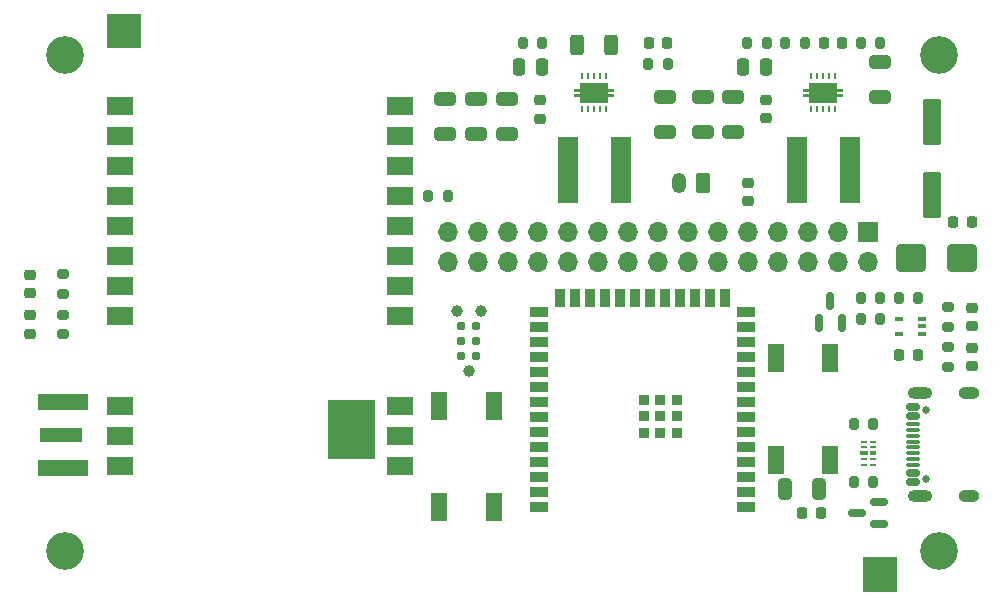
<source format=gbr>
%TF.GenerationSoftware,KiCad,Pcbnew,7.0.9*%
%TF.CreationDate,2024-02-26T10:01:54+01:00*%
%TF.ProjectId,C2LoraGateway,43324c6f-7261-4476-9174-657761792e6b,rev?*%
%TF.SameCoordinates,Original*%
%TF.FileFunction,Soldermask,Top*%
%TF.FilePolarity,Negative*%
%FSLAX46Y46*%
G04 Gerber Fmt 4.6, Leading zero omitted, Abs format (unit mm)*
G04 Created by KiCad (PCBNEW 7.0.9) date 2024-02-26 10:01:54*
%MOMM*%
%LPD*%
G01*
G04 APERTURE LIST*
G04 Aperture macros list*
%AMRoundRect*
0 Rectangle with rounded corners*
0 $1 Rounding radius*
0 $2 $3 $4 $5 $6 $7 $8 $9 X,Y pos of 4 corners*
0 Add a 4 corners polygon primitive as box body*
4,1,4,$2,$3,$4,$5,$6,$7,$8,$9,$2,$3,0*
0 Add four circle primitives for the rounded corners*
1,1,$1+$1,$2,$3*
1,1,$1+$1,$4,$5*
1,1,$1+$1,$6,$7*
1,1,$1+$1,$8,$9*
0 Add four rect primitives between the rounded corners*
20,1,$1+$1,$2,$3,$4,$5,0*
20,1,$1+$1,$4,$5,$6,$7,0*
20,1,$1+$1,$6,$7,$8,$9,0*
20,1,$1+$1,$8,$9,$2,$3,0*%
%AMFreePoly0*
4,1,21,-0.125000,1.200000,0.125000,1.200000,0.125000,1.700000,0.375000,1.700000,0.375000,1.200000,0.825000,1.200000,0.825000,-1.200000,0.375000,-1.200000,0.375000,-1.700000,0.125000,-1.700000,0.125000,-1.200000,-0.125000,-1.200000,-0.125000,-1.700000,-0.375000,-1.700000,-0.375000,-1.200000,-0.825000,-1.200000,-0.825000,1.200000,-0.375000,1.200000,-0.375000,1.700000,-0.125000,1.700000,
-0.125000,1.200000,-0.125000,1.200000,$1*%
G04 Aperture macros list end*
%ADD10RoundRect,0.200000X-0.200000X-0.275000X0.200000X-0.275000X0.200000X0.275000X-0.200000X0.275000X0*%
%ADD11C,3.200000*%
%ADD12RoundRect,0.218750X0.256250X-0.218750X0.256250X0.218750X-0.256250X0.218750X-0.256250X-0.218750X0*%
%ADD13RoundRect,0.250000X0.650000X-0.325000X0.650000X0.325000X-0.650000X0.325000X-0.650000X-0.325000X0*%
%ADD14RoundRect,0.225000X0.225000X0.250000X-0.225000X0.250000X-0.225000X-0.250000X0.225000X-0.250000X0*%
%ADD15RoundRect,0.250000X-0.325000X-0.650000X0.325000X-0.650000X0.325000X0.650000X-0.325000X0.650000X0*%
%ADD16R,0.650000X0.400000*%
%ADD17R,3.600000X1.270000*%
%ADD18R,4.200000X1.350000*%
%ADD19RoundRect,0.218750X-0.256250X0.218750X-0.256250X-0.218750X0.256250X-0.218750X0.256250X0.218750X0*%
%ADD20RoundRect,0.225000X-0.225000X-0.250000X0.225000X-0.250000X0.225000X0.250000X-0.225000X0.250000X0*%
%ADD21RoundRect,0.250000X0.350000X0.625000X-0.350000X0.625000X-0.350000X-0.625000X0.350000X-0.625000X0*%
%ADD22O,1.200000X1.750000*%
%ADD23RoundRect,0.200000X0.275000X-0.200000X0.275000X0.200000X-0.275000X0.200000X-0.275000X-0.200000X0*%
%ADD24RoundRect,0.250000X-1.000000X-0.900000X1.000000X-0.900000X1.000000X0.900000X-1.000000X0.900000X0*%
%ADD25RoundRect,0.250000X0.550000X-1.712500X0.550000X1.712500X-0.550000X1.712500X-0.550000X-1.712500X0*%
%ADD26C,0.650000*%
%ADD27RoundRect,0.150000X0.425000X-0.150000X0.425000X0.150000X-0.425000X0.150000X-0.425000X-0.150000X0*%
%ADD28RoundRect,0.075000X0.500000X-0.075000X0.500000X0.075000X-0.500000X0.075000X-0.500000X-0.075000X0*%
%ADD29O,2.100000X1.000000*%
%ADD30O,1.800000X1.000000*%
%ADD31RoundRect,0.250000X-0.250000X-0.475000X0.250000X-0.475000X0.250000X0.475000X-0.250000X0.475000X0*%
%ADD32RoundRect,0.200000X-0.275000X0.200000X-0.275000X-0.200000X0.275000X-0.200000X0.275000X0.200000X0*%
%ADD33RoundRect,0.225000X-0.250000X0.225000X-0.250000X-0.225000X0.250000X-0.225000X0.250000X0.225000X0*%
%ADD34R,1.700000X1.700000*%
%ADD35O,1.700000X1.700000*%
%ADD36R,1.700000X5.700000*%
%ADD37R,1.500000X0.900000*%
%ADD38R,0.900000X1.500000*%
%ADD39R,0.900000X0.900000*%
%ADD40RoundRect,0.200000X0.200000X0.275000X-0.200000X0.275000X-0.200000X-0.275000X0.200000X-0.275000X0*%
%ADD41R,1.400000X2.400000*%
%ADD42RoundRect,0.225000X0.250000X-0.225000X0.250000X0.225000X-0.250000X0.225000X-0.250000X-0.225000X0*%
%ADD43R,0.240000X0.600000*%
%ADD44FreePoly0,90.000000*%
%ADD45RoundRect,0.150000X0.150000X-0.587500X0.150000X0.587500X-0.150000X0.587500X-0.150000X-0.587500X0*%
%ADD46R,2.250000X1.500000*%
%ADD47R,0.625000X0.250000*%
%ADD48R,0.700000X0.450000*%
%ADD49R,0.575000X0.450000*%
%ADD50RoundRect,0.150000X0.587500X0.150000X-0.587500X0.150000X-0.587500X-0.150000X0.587500X-0.150000X0*%
%ADD51C,0.990600*%
%ADD52C,0.787400*%
%ADD53RoundRect,0.250000X0.312500X0.625000X-0.312500X0.625000X-0.312500X-0.625000X0.312500X-0.625000X0*%
G04 APERTURE END LIST*
%TO.C,FID2*%
G36*
X160550000Y-116550000D02*
G01*
X163450000Y-116550000D01*
X163450000Y-119450000D01*
X160550000Y-119450000D01*
X160550000Y-116550000D01*
G37*
%TO.C,FID1*%
G36*
X96550000Y-70550000D02*
G01*
X99450000Y-70550000D01*
X99450000Y-73450000D01*
X96550000Y-73450000D01*
X96550000Y-70550000D01*
G37*
%TO.C,M1*%
G36*
X115250000Y-103250000D02*
G01*
X119250000Y-103250000D01*
X119250000Y-108250000D01*
X115250000Y-108250000D01*
X115250000Y-103250000D01*
G37*
%TD*%
D10*
%TO.C,R8*%
X142375000Y-74825000D03*
X144025000Y-74825000D03*
%TD*%
D11*
%TO.C,H2*%
X167000000Y-74000000D03*
%TD*%
D12*
%TO.C,D2*%
X90000000Y-94212500D03*
X90000000Y-92637500D03*
%TD*%
D13*
%TO.C,C14*%
X147000000Y-80525000D03*
X147000000Y-77575000D03*
%TD*%
%TO.C,C13*%
X143800000Y-80550000D03*
X143800000Y-77600000D03*
%TD*%
D14*
%TO.C,C11*%
X158775000Y-73000000D03*
X157225000Y-73000000D03*
%TD*%
D13*
%TO.C,C4*%
X127800000Y-80675000D03*
X127800000Y-77725000D03*
%TD*%
D15*
%TO.C,C18*%
X153925000Y-110800000D03*
X156875000Y-110800000D03*
%TD*%
D16*
%TO.C,U5*%
X165550000Y-97650000D03*
X165550000Y-97000000D03*
X165550000Y-96350000D03*
X163650000Y-96350000D03*
X163650000Y-97650000D03*
%TD*%
D11*
%TO.C,H1*%
X93000000Y-74000000D03*
%TD*%
D17*
%TO.C,J1*%
X92662500Y-106200000D03*
D18*
X92862500Y-103375000D03*
X92862500Y-109025000D03*
%TD*%
D19*
%TO.C,D6*%
X169800000Y-98812500D03*
X169800000Y-100387500D03*
%TD*%
D20*
%TO.C,C16*%
X168225000Y-88200000D03*
X169775000Y-88200000D03*
%TD*%
D21*
%TO.C,J5*%
X147000000Y-84900000D03*
D22*
X145000000Y-84900000D03*
%TD*%
D23*
%TO.C,R17*%
X167800000Y-97025000D03*
X167800000Y-95375000D03*
%TD*%
D19*
%TO.C,D1*%
X90000000Y-96037500D03*
X90000000Y-97612500D03*
%TD*%
D24*
%TO.C,D4*%
X164650000Y-91200000D03*
X168950000Y-91200000D03*
%TD*%
D25*
%TO.C,C15*%
X166400000Y-85887500D03*
X166400000Y-79712500D03*
%TD*%
D26*
%TO.C,J4*%
X165895000Y-109890000D03*
X165895000Y-104110000D03*
D27*
X164820000Y-110200000D03*
X164820000Y-109400000D03*
D28*
X164820000Y-108250000D03*
X164820000Y-107250000D03*
X164820000Y-106750000D03*
X164820000Y-105750000D03*
D27*
X164820000Y-104600000D03*
X164820000Y-103800000D03*
X164820000Y-103800000D03*
X164820000Y-104600000D03*
D28*
X164820000Y-105250000D03*
X164820000Y-106250000D03*
X164820000Y-107750000D03*
X164820000Y-108750000D03*
D27*
X164820000Y-109400000D03*
X164820000Y-110200000D03*
D29*
X165395000Y-111320000D03*
D30*
X169575000Y-111320000D03*
D29*
X165395000Y-102680000D03*
D30*
X169575000Y-102680000D03*
%TD*%
D23*
%TO.C,R10*%
X92800000Y-97650000D03*
X92800000Y-96000000D03*
%TD*%
D31*
%TO.C,C1*%
X131450000Y-75000000D03*
X133350000Y-75000000D03*
%TD*%
D13*
%TO.C,C12*%
X149600000Y-80525000D03*
X149600000Y-77575000D03*
%TD*%
D11*
%TO.C,H4*%
X167000000Y-116000000D03*
%TD*%
D20*
%TO.C,C10*%
X142425000Y-73000000D03*
X143975000Y-73000000D03*
%TD*%
D32*
%TO.C,R16*%
X167800000Y-98775000D03*
X167800000Y-100425000D03*
%TD*%
D33*
%TO.C,C9*%
X150800000Y-84825000D03*
X150800000Y-86375000D03*
%TD*%
D34*
%TO.C,J3*%
X161000000Y-89000000D03*
D35*
X161000000Y-91540000D03*
X158460000Y-89000000D03*
X158460000Y-91540000D03*
X155920000Y-89000000D03*
X155920000Y-91540000D03*
X153380000Y-89000000D03*
X153380000Y-91540000D03*
X150840000Y-89000000D03*
X150840000Y-91540000D03*
X148300000Y-89000000D03*
X148300000Y-91540000D03*
X145760000Y-89000000D03*
X145760000Y-91540000D03*
X143220000Y-89000000D03*
X143220000Y-91540000D03*
X140680000Y-89000000D03*
X140680000Y-91540000D03*
X138140000Y-89000000D03*
X138140000Y-91540000D03*
X135600000Y-89000000D03*
X135600000Y-91540000D03*
X133060000Y-89000000D03*
X133060000Y-91540000D03*
X130520000Y-89000000D03*
X130520000Y-91540000D03*
X127980000Y-89000000D03*
X127980000Y-91540000D03*
X125440000Y-89000000D03*
X125440000Y-91540000D03*
%TD*%
D36*
%TO.C,L2*%
X135550000Y-83800000D03*
X140050000Y-83800000D03*
%TD*%
D20*
%TO.C,C19*%
X163650000Y-99400000D03*
X165200000Y-99400000D03*
%TD*%
D37*
%TO.C,U6*%
X150650000Y-112320000D03*
X150650000Y-111050000D03*
X150650000Y-109780000D03*
X150650000Y-108510000D03*
X150650000Y-107240000D03*
X150650000Y-105970000D03*
X150650000Y-104700000D03*
X150650000Y-103430000D03*
X150650000Y-102160000D03*
X150650000Y-100890000D03*
X150650000Y-99620000D03*
X150650000Y-98350000D03*
X150650000Y-97080000D03*
X150650000Y-95810000D03*
D38*
X148885000Y-94560000D03*
X147615000Y-94560000D03*
X146345000Y-94560000D03*
X145075000Y-94560000D03*
X143805000Y-94560000D03*
X142535000Y-94560000D03*
X141265000Y-94560000D03*
X139995000Y-94560000D03*
X138725000Y-94560000D03*
X137455000Y-94560000D03*
X136185000Y-94560000D03*
X134915000Y-94560000D03*
D37*
X133150000Y-95810000D03*
X133150000Y-97080000D03*
X133150000Y-98350000D03*
X133150000Y-99620000D03*
X133150000Y-100890000D03*
X133150000Y-102160000D03*
X133150000Y-103430000D03*
X133150000Y-104700000D03*
X133150000Y-105970000D03*
X133150000Y-107240000D03*
X133150000Y-108510000D03*
X133150000Y-109780000D03*
X133150000Y-111050000D03*
X133150000Y-112320000D03*
D39*
X144800000Y-106000000D03*
X144800000Y-104600000D03*
X144800000Y-103200000D03*
X144800000Y-103200000D03*
X143400000Y-106000000D03*
X143400000Y-106000000D03*
X143400000Y-104600000D03*
X143400000Y-103200000D03*
X142000000Y-106000000D03*
X142000000Y-104600000D03*
X142000000Y-103200000D03*
%TD*%
D13*
%TO.C,C6*%
X162000000Y-77575000D03*
X162000000Y-74625000D03*
%TD*%
D32*
%TO.C,R9*%
X92800000Y-92600000D03*
X92800000Y-94250000D03*
%TD*%
D40*
%TO.C,R6*%
X155625000Y-73000000D03*
X153975000Y-73000000D03*
%TD*%
D10*
%TO.C,R5*%
X160375000Y-73000000D03*
X162025000Y-73000000D03*
%TD*%
D40*
%TO.C,R15*%
X161425000Y-110200000D03*
X159775000Y-110200000D03*
%TD*%
D13*
%TO.C,C2*%
X130400000Y-80675000D03*
X130400000Y-77725000D03*
%TD*%
D36*
%TO.C,L3*%
X154950000Y-83800000D03*
X159450000Y-83800000D03*
%TD*%
D41*
%TO.C,SW2*%
X157800000Y-99700000D03*
X157800000Y-108300000D03*
X153200000Y-99700000D03*
X153200000Y-108300000D03*
%TD*%
D42*
%TO.C,C3*%
X133200000Y-79400000D03*
X133200000Y-77850000D03*
%TD*%
D40*
%TO.C,R14*%
X162025000Y-94600000D03*
X160375000Y-94600000D03*
%TD*%
D43*
%TO.C,U2*%
X156200000Y-78600000D03*
X156700000Y-78600000D03*
X157200000Y-78600000D03*
X157700000Y-78600000D03*
X158200000Y-78600000D03*
X158200000Y-75800000D03*
X157700000Y-75800000D03*
X157200000Y-75800000D03*
X156700000Y-75800000D03*
X156200000Y-75800000D03*
D44*
X157200000Y-77200000D03*
%TD*%
D43*
%TO.C,U1*%
X136800000Y-78600000D03*
X137300000Y-78600000D03*
X137800000Y-78600000D03*
X138300000Y-78600000D03*
X138800000Y-78600000D03*
X138800000Y-75800000D03*
X138300000Y-75800000D03*
X137800000Y-75800000D03*
X137300000Y-75800000D03*
X136800000Y-75800000D03*
D44*
X137800000Y-77200000D03*
%TD*%
D45*
%TO.C,D3*%
X156850000Y-96737500D03*
X158750000Y-96737500D03*
X157800000Y-94862500D03*
%TD*%
D46*
%TO.C,M1*%
X121375000Y-108790000D03*
X121375000Y-106250000D03*
X121375000Y-103710000D03*
X121375000Y-96090000D03*
X121375000Y-93550000D03*
X121375000Y-91010000D03*
X121375000Y-88470000D03*
X121375000Y-85930000D03*
X121375000Y-83390000D03*
X121375000Y-80850000D03*
X121375000Y-78310000D03*
X97625000Y-78310000D03*
X97625000Y-80850000D03*
X97625000Y-83390000D03*
X97625000Y-85930000D03*
X97625000Y-88470000D03*
X97625000Y-91010000D03*
X97625000Y-93550000D03*
X97625000Y-96090000D03*
X97625000Y-103710000D03*
X97625000Y-106250000D03*
X97625000Y-108790000D03*
%TD*%
D47*
%TO.C,U4*%
X160612500Y-106750000D03*
X160612500Y-107250000D03*
D48*
X160650000Y-107750000D03*
D47*
X160612500Y-108250000D03*
X160612500Y-108750000D03*
X161387500Y-108750000D03*
X161387500Y-108250000D03*
D49*
X161412500Y-107750000D03*
D47*
X161387500Y-107250000D03*
X161387500Y-106750000D03*
%TD*%
D11*
%TO.C,H3*%
X93000000Y-116000000D03*
%TD*%
D40*
%TO.C,R13*%
X161425000Y-105250000D03*
X159775000Y-105250000D03*
%TD*%
%TO.C,R2*%
X133400000Y-73000000D03*
X131750000Y-73000000D03*
%TD*%
D31*
%TO.C,C7*%
X152350000Y-75000000D03*
X150450000Y-75000000D03*
%TD*%
D40*
%TO.C,R12*%
X162025000Y-96400000D03*
X160375000Y-96400000D03*
%TD*%
D50*
%TO.C,U3*%
X161937500Y-113750000D03*
X161937500Y-111850000D03*
X160062500Y-112800000D03*
%TD*%
D42*
%TO.C,C8*%
X152375000Y-79375000D03*
X152375000Y-77825000D03*
%TD*%
D12*
%TO.C,D5*%
X169800000Y-96987500D03*
X169800000Y-95412500D03*
%TD*%
D40*
%TO.C,R11*%
X165225000Y-94600000D03*
X163575000Y-94600000D03*
%TD*%
D10*
%TO.C,R3*%
X123775000Y-85928629D03*
X125425000Y-85928629D03*
%TD*%
D51*
%TO.C,J2*%
X127200000Y-100740000D03*
X126184000Y-95660000D03*
X128216000Y-95660000D03*
D52*
X127835000Y-99470000D03*
X126565000Y-99470000D03*
X127835000Y-98200000D03*
X126565000Y-98200000D03*
X127835000Y-96930000D03*
X126565000Y-96930000D03*
%TD*%
D13*
%TO.C,C5*%
X125200000Y-80675000D03*
X125200000Y-77725000D03*
%TD*%
D53*
%TO.C,R4*%
X139262499Y-73189723D03*
X136337499Y-73189723D03*
%TD*%
D40*
%TO.C,R7*%
X152425000Y-73000000D03*
X150775000Y-73000000D03*
%TD*%
D14*
%TO.C,C17*%
X156975000Y-112800000D03*
X155425000Y-112800000D03*
%TD*%
D41*
%TO.C,SW1*%
X129300000Y-103700000D03*
X129300000Y-112300000D03*
X124700000Y-103700000D03*
X124700000Y-112300000D03*
%TD*%
M02*

</source>
